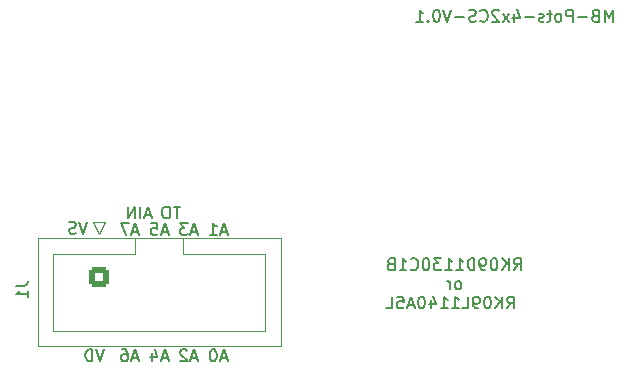
<source format=gbo>
G04 #@! TF.GenerationSoftware,KiCad,Pcbnew,(7.0.0)*
G04 #@! TF.CreationDate,2023-06-04T18:46:28+02:00*
G04 #@! TF.ProjectId,Pot,506f742e-6b69-4636-9164-5f7063625858,rev?*
G04 #@! TF.SameCoordinates,Original*
G04 #@! TF.FileFunction,Legend,Bot*
G04 #@! TF.FilePolarity,Positive*
%FSLAX46Y46*%
G04 Gerber Fmt 4.6, Leading zero omitted, Abs format (unit mm)*
G04 Created by KiCad (PCBNEW (7.0.0)) date 2023-06-04 18:46:28*
%MOMM*%
%LPD*%
G01*
G04 APERTURE LIST*
G04 Aperture macros list*
%AMRoundRect*
0 Rectangle with rounded corners*
0 $1 Rounding radius*
0 $2 $3 $4 $5 $6 $7 $8 $9 X,Y pos of 4 corners*
0 Add a 4 corners polygon primitive as box body*
4,1,4,$2,$3,$4,$5,$6,$7,$8,$9,$2,$3,0*
0 Add four circle primitives for the rounded corners*
1,1,$1+$1,$2,$3*
1,1,$1+$1,$4,$5*
1,1,$1+$1,$6,$7*
1,1,$1+$1,$8,$9*
0 Add four rect primitives between the rounded corners*
20,1,$1+$1,$2,$3,$4,$5,0*
20,1,$1+$1,$4,$5,$6,$7,0*
20,1,$1+$1,$6,$7,$8,$9,0*
20,1,$1+$1,$8,$9,$2,$3,0*%
G04 Aperture macros list end*
%ADD10C,0.150000*%
%ADD11C,0.120000*%
%ADD12O,1.500000X2.000000*%
%ADD13O,3.600000X3.300000*%
%ADD14C,3.200000*%
%ADD15RoundRect,0.250000X-0.600000X0.600000X-0.600000X-0.600000X0.600000X-0.600000X0.600000X0.600000X0*%
%ADD16C,1.700000*%
G04 APERTURE END LIST*
D10*
X113214285Y-82081666D02*
X112738095Y-82081666D01*
X113309523Y-82367380D02*
X112976190Y-81367380D01*
X112976190Y-81367380D02*
X112642857Y-82367380D01*
X111833333Y-81367380D02*
X112309523Y-81367380D01*
X112309523Y-81367380D02*
X112357142Y-81843571D01*
X112357142Y-81843571D02*
X112309523Y-81795952D01*
X112309523Y-81795952D02*
X112214285Y-81748333D01*
X112214285Y-81748333D02*
X111976190Y-81748333D01*
X111976190Y-81748333D02*
X111880952Y-81795952D01*
X111880952Y-81795952D02*
X111833333Y-81843571D01*
X111833333Y-81843571D02*
X111785714Y-81938809D01*
X111785714Y-81938809D02*
X111785714Y-82176904D01*
X111785714Y-82176904D02*
X111833333Y-82272142D01*
X111833333Y-82272142D02*
X111880952Y-82319761D01*
X111880952Y-82319761D02*
X111976190Y-82367380D01*
X111976190Y-82367380D02*
X112214285Y-82367380D01*
X112214285Y-82367380D02*
X112309523Y-82319761D01*
X112309523Y-82319761D02*
X112357142Y-82272142D01*
X115714285Y-92781666D02*
X115238095Y-92781666D01*
X115809523Y-93067380D02*
X115476190Y-92067380D01*
X115476190Y-92067380D02*
X115142857Y-93067380D01*
X114857142Y-92162619D02*
X114809523Y-92115000D01*
X114809523Y-92115000D02*
X114714285Y-92067380D01*
X114714285Y-92067380D02*
X114476190Y-92067380D01*
X114476190Y-92067380D02*
X114380952Y-92115000D01*
X114380952Y-92115000D02*
X114333333Y-92162619D01*
X114333333Y-92162619D02*
X114285714Y-92257857D01*
X114285714Y-92257857D02*
X114285714Y-92353095D01*
X114285714Y-92353095D02*
X114333333Y-92495952D01*
X114333333Y-92495952D02*
X114904761Y-93067380D01*
X114904761Y-93067380D02*
X114285714Y-93067380D01*
X110714285Y-92781666D02*
X110238095Y-92781666D01*
X110809523Y-93067380D02*
X110476190Y-92067380D01*
X110476190Y-92067380D02*
X110142857Y-93067380D01*
X109380952Y-92067380D02*
X109571428Y-92067380D01*
X109571428Y-92067380D02*
X109666666Y-92115000D01*
X109666666Y-92115000D02*
X109714285Y-92162619D01*
X109714285Y-92162619D02*
X109809523Y-92305476D01*
X109809523Y-92305476D02*
X109857142Y-92495952D01*
X109857142Y-92495952D02*
X109857142Y-92876904D01*
X109857142Y-92876904D02*
X109809523Y-92972142D01*
X109809523Y-92972142D02*
X109761904Y-93019761D01*
X109761904Y-93019761D02*
X109666666Y-93067380D01*
X109666666Y-93067380D02*
X109476190Y-93067380D01*
X109476190Y-93067380D02*
X109380952Y-93019761D01*
X109380952Y-93019761D02*
X109333333Y-92972142D01*
X109333333Y-92972142D02*
X109285714Y-92876904D01*
X109285714Y-92876904D02*
X109285714Y-92638809D01*
X109285714Y-92638809D02*
X109333333Y-92543571D01*
X109333333Y-92543571D02*
X109380952Y-92495952D01*
X109380952Y-92495952D02*
X109476190Y-92448333D01*
X109476190Y-92448333D02*
X109666666Y-92448333D01*
X109666666Y-92448333D02*
X109761904Y-92495952D01*
X109761904Y-92495952D02*
X109809523Y-92543571D01*
X109809523Y-92543571D02*
X109857142Y-92638809D01*
X115714285Y-82081666D02*
X115238095Y-82081666D01*
X115809523Y-82367380D02*
X115476190Y-81367380D01*
X115476190Y-81367380D02*
X115142857Y-82367380D01*
X114904761Y-81367380D02*
X114285714Y-81367380D01*
X114285714Y-81367380D02*
X114619047Y-81748333D01*
X114619047Y-81748333D02*
X114476190Y-81748333D01*
X114476190Y-81748333D02*
X114380952Y-81795952D01*
X114380952Y-81795952D02*
X114333333Y-81843571D01*
X114333333Y-81843571D02*
X114285714Y-81938809D01*
X114285714Y-81938809D02*
X114285714Y-82176904D01*
X114285714Y-82176904D02*
X114333333Y-82272142D01*
X114333333Y-82272142D02*
X114380952Y-82319761D01*
X114380952Y-82319761D02*
X114476190Y-82367380D01*
X114476190Y-82367380D02*
X114761904Y-82367380D01*
X114761904Y-82367380D02*
X114857142Y-82319761D01*
X114857142Y-82319761D02*
X114904761Y-82272142D01*
X118214285Y-82081666D02*
X117738095Y-82081666D01*
X118309523Y-82367380D02*
X117976190Y-81367380D01*
X117976190Y-81367380D02*
X117642857Y-82367380D01*
X116785714Y-82367380D02*
X117357142Y-82367380D01*
X117071428Y-82367380D02*
X117071428Y-81367380D01*
X117071428Y-81367380D02*
X117166666Y-81510238D01*
X117166666Y-81510238D02*
X117261904Y-81605476D01*
X117261904Y-81605476D02*
X117357142Y-81653095D01*
X114299999Y-79967380D02*
X113728571Y-79967380D01*
X114014285Y-80967380D02*
X114014285Y-79967380D01*
X113204761Y-79967380D02*
X113014285Y-79967380D01*
X113014285Y-79967380D02*
X112919047Y-80015000D01*
X112919047Y-80015000D02*
X112823809Y-80110238D01*
X112823809Y-80110238D02*
X112776190Y-80300714D01*
X112776190Y-80300714D02*
X112776190Y-80634047D01*
X112776190Y-80634047D02*
X112823809Y-80824523D01*
X112823809Y-80824523D02*
X112919047Y-80919761D01*
X112919047Y-80919761D02*
X113014285Y-80967380D01*
X113014285Y-80967380D02*
X113204761Y-80967380D01*
X113204761Y-80967380D02*
X113299999Y-80919761D01*
X113299999Y-80919761D02*
X113395237Y-80824523D01*
X113395237Y-80824523D02*
X113442856Y-80634047D01*
X113442856Y-80634047D02*
X113442856Y-80300714D01*
X113442856Y-80300714D02*
X113395237Y-80110238D01*
X113395237Y-80110238D02*
X113299999Y-80015000D01*
X113299999Y-80015000D02*
X113204761Y-79967380D01*
X111795237Y-80681666D02*
X111319047Y-80681666D01*
X111890475Y-80967380D02*
X111557142Y-79967380D01*
X111557142Y-79967380D02*
X111223809Y-80967380D01*
X110890475Y-80967380D02*
X110890475Y-79967380D01*
X110414285Y-80967380D02*
X110414285Y-79967380D01*
X110414285Y-79967380D02*
X109842857Y-80967380D01*
X109842857Y-80967380D02*
X109842857Y-79967380D01*
X142523809Y-85347380D02*
X142857142Y-84871190D01*
X143095237Y-85347380D02*
X143095237Y-84347380D01*
X143095237Y-84347380D02*
X142714285Y-84347380D01*
X142714285Y-84347380D02*
X142619047Y-84395000D01*
X142619047Y-84395000D02*
X142571428Y-84442619D01*
X142571428Y-84442619D02*
X142523809Y-84537857D01*
X142523809Y-84537857D02*
X142523809Y-84680714D01*
X142523809Y-84680714D02*
X142571428Y-84775952D01*
X142571428Y-84775952D02*
X142619047Y-84823571D01*
X142619047Y-84823571D02*
X142714285Y-84871190D01*
X142714285Y-84871190D02*
X143095237Y-84871190D01*
X142095237Y-85347380D02*
X142095237Y-84347380D01*
X141523809Y-85347380D02*
X141952380Y-84775952D01*
X141523809Y-84347380D02*
X142095237Y-84918809D01*
X140904761Y-84347380D02*
X140809523Y-84347380D01*
X140809523Y-84347380D02*
X140714285Y-84395000D01*
X140714285Y-84395000D02*
X140666666Y-84442619D01*
X140666666Y-84442619D02*
X140619047Y-84537857D01*
X140619047Y-84537857D02*
X140571428Y-84728333D01*
X140571428Y-84728333D02*
X140571428Y-84966428D01*
X140571428Y-84966428D02*
X140619047Y-85156904D01*
X140619047Y-85156904D02*
X140666666Y-85252142D01*
X140666666Y-85252142D02*
X140714285Y-85299761D01*
X140714285Y-85299761D02*
X140809523Y-85347380D01*
X140809523Y-85347380D02*
X140904761Y-85347380D01*
X140904761Y-85347380D02*
X140999999Y-85299761D01*
X140999999Y-85299761D02*
X141047618Y-85252142D01*
X141047618Y-85252142D02*
X141095237Y-85156904D01*
X141095237Y-85156904D02*
X141142856Y-84966428D01*
X141142856Y-84966428D02*
X141142856Y-84728333D01*
X141142856Y-84728333D02*
X141095237Y-84537857D01*
X141095237Y-84537857D02*
X141047618Y-84442619D01*
X141047618Y-84442619D02*
X140999999Y-84395000D01*
X140999999Y-84395000D02*
X140904761Y-84347380D01*
X140095237Y-85347380D02*
X139904761Y-85347380D01*
X139904761Y-85347380D02*
X139809523Y-85299761D01*
X139809523Y-85299761D02*
X139761904Y-85252142D01*
X139761904Y-85252142D02*
X139666666Y-85109285D01*
X139666666Y-85109285D02*
X139619047Y-84918809D01*
X139619047Y-84918809D02*
X139619047Y-84537857D01*
X139619047Y-84537857D02*
X139666666Y-84442619D01*
X139666666Y-84442619D02*
X139714285Y-84395000D01*
X139714285Y-84395000D02*
X139809523Y-84347380D01*
X139809523Y-84347380D02*
X139999999Y-84347380D01*
X139999999Y-84347380D02*
X140095237Y-84395000D01*
X140095237Y-84395000D02*
X140142856Y-84442619D01*
X140142856Y-84442619D02*
X140190475Y-84537857D01*
X140190475Y-84537857D02*
X140190475Y-84775952D01*
X140190475Y-84775952D02*
X140142856Y-84871190D01*
X140142856Y-84871190D02*
X140095237Y-84918809D01*
X140095237Y-84918809D02*
X139999999Y-84966428D01*
X139999999Y-84966428D02*
X139809523Y-84966428D01*
X139809523Y-84966428D02*
X139714285Y-84918809D01*
X139714285Y-84918809D02*
X139666666Y-84871190D01*
X139666666Y-84871190D02*
X139619047Y-84775952D01*
X139190475Y-85347380D02*
X139190475Y-84347380D01*
X139190475Y-84347380D02*
X138952380Y-84347380D01*
X138952380Y-84347380D02*
X138809523Y-84395000D01*
X138809523Y-84395000D02*
X138714285Y-84490238D01*
X138714285Y-84490238D02*
X138666666Y-84585476D01*
X138666666Y-84585476D02*
X138619047Y-84775952D01*
X138619047Y-84775952D02*
X138619047Y-84918809D01*
X138619047Y-84918809D02*
X138666666Y-85109285D01*
X138666666Y-85109285D02*
X138714285Y-85204523D01*
X138714285Y-85204523D02*
X138809523Y-85299761D01*
X138809523Y-85299761D02*
X138952380Y-85347380D01*
X138952380Y-85347380D02*
X139190475Y-85347380D01*
X137666666Y-85347380D02*
X138238094Y-85347380D01*
X137952380Y-85347380D02*
X137952380Y-84347380D01*
X137952380Y-84347380D02*
X138047618Y-84490238D01*
X138047618Y-84490238D02*
X138142856Y-84585476D01*
X138142856Y-84585476D02*
X138238094Y-84633095D01*
X136714285Y-85347380D02*
X137285713Y-85347380D01*
X136999999Y-85347380D02*
X136999999Y-84347380D01*
X136999999Y-84347380D02*
X137095237Y-84490238D01*
X137095237Y-84490238D02*
X137190475Y-84585476D01*
X137190475Y-84585476D02*
X137285713Y-84633095D01*
X136380951Y-84347380D02*
X135761904Y-84347380D01*
X135761904Y-84347380D02*
X136095237Y-84728333D01*
X136095237Y-84728333D02*
X135952380Y-84728333D01*
X135952380Y-84728333D02*
X135857142Y-84775952D01*
X135857142Y-84775952D02*
X135809523Y-84823571D01*
X135809523Y-84823571D02*
X135761904Y-84918809D01*
X135761904Y-84918809D02*
X135761904Y-85156904D01*
X135761904Y-85156904D02*
X135809523Y-85252142D01*
X135809523Y-85252142D02*
X135857142Y-85299761D01*
X135857142Y-85299761D02*
X135952380Y-85347380D01*
X135952380Y-85347380D02*
X136238094Y-85347380D01*
X136238094Y-85347380D02*
X136333332Y-85299761D01*
X136333332Y-85299761D02*
X136380951Y-85252142D01*
X135142856Y-84347380D02*
X135047618Y-84347380D01*
X135047618Y-84347380D02*
X134952380Y-84395000D01*
X134952380Y-84395000D02*
X134904761Y-84442619D01*
X134904761Y-84442619D02*
X134857142Y-84537857D01*
X134857142Y-84537857D02*
X134809523Y-84728333D01*
X134809523Y-84728333D02*
X134809523Y-84966428D01*
X134809523Y-84966428D02*
X134857142Y-85156904D01*
X134857142Y-85156904D02*
X134904761Y-85252142D01*
X134904761Y-85252142D02*
X134952380Y-85299761D01*
X134952380Y-85299761D02*
X135047618Y-85347380D01*
X135047618Y-85347380D02*
X135142856Y-85347380D01*
X135142856Y-85347380D02*
X135238094Y-85299761D01*
X135238094Y-85299761D02*
X135285713Y-85252142D01*
X135285713Y-85252142D02*
X135333332Y-85156904D01*
X135333332Y-85156904D02*
X135380951Y-84966428D01*
X135380951Y-84966428D02*
X135380951Y-84728333D01*
X135380951Y-84728333D02*
X135333332Y-84537857D01*
X135333332Y-84537857D02*
X135285713Y-84442619D01*
X135285713Y-84442619D02*
X135238094Y-84395000D01*
X135238094Y-84395000D02*
X135142856Y-84347380D01*
X133809523Y-85252142D02*
X133857142Y-85299761D01*
X133857142Y-85299761D02*
X133999999Y-85347380D01*
X133999999Y-85347380D02*
X134095237Y-85347380D01*
X134095237Y-85347380D02*
X134238094Y-85299761D01*
X134238094Y-85299761D02*
X134333332Y-85204523D01*
X134333332Y-85204523D02*
X134380951Y-85109285D01*
X134380951Y-85109285D02*
X134428570Y-84918809D01*
X134428570Y-84918809D02*
X134428570Y-84775952D01*
X134428570Y-84775952D02*
X134380951Y-84585476D01*
X134380951Y-84585476D02*
X134333332Y-84490238D01*
X134333332Y-84490238D02*
X134238094Y-84395000D01*
X134238094Y-84395000D02*
X134095237Y-84347380D01*
X134095237Y-84347380D02*
X133999999Y-84347380D01*
X133999999Y-84347380D02*
X133857142Y-84395000D01*
X133857142Y-84395000D02*
X133809523Y-84442619D01*
X132857142Y-85347380D02*
X133428570Y-85347380D01*
X133142856Y-85347380D02*
X133142856Y-84347380D01*
X133142856Y-84347380D02*
X133238094Y-84490238D01*
X133238094Y-84490238D02*
X133333332Y-84585476D01*
X133333332Y-84585476D02*
X133428570Y-84633095D01*
X132095237Y-84823571D02*
X131952380Y-84871190D01*
X131952380Y-84871190D02*
X131904761Y-84918809D01*
X131904761Y-84918809D02*
X131857142Y-85014047D01*
X131857142Y-85014047D02*
X131857142Y-85156904D01*
X131857142Y-85156904D02*
X131904761Y-85252142D01*
X131904761Y-85252142D02*
X131952380Y-85299761D01*
X131952380Y-85299761D02*
X132047618Y-85347380D01*
X132047618Y-85347380D02*
X132428570Y-85347380D01*
X132428570Y-85347380D02*
X132428570Y-84347380D01*
X132428570Y-84347380D02*
X132095237Y-84347380D01*
X132095237Y-84347380D02*
X131999999Y-84395000D01*
X131999999Y-84395000D02*
X131952380Y-84442619D01*
X131952380Y-84442619D02*
X131904761Y-84537857D01*
X131904761Y-84537857D02*
X131904761Y-84633095D01*
X131904761Y-84633095D02*
X131952380Y-84728333D01*
X131952380Y-84728333D02*
X131999999Y-84775952D01*
X131999999Y-84775952D02*
X132095237Y-84823571D01*
X132095237Y-84823571D02*
X132428570Y-84823571D01*
X137880952Y-86967380D02*
X137976190Y-86919761D01*
X137976190Y-86919761D02*
X138023809Y-86872142D01*
X138023809Y-86872142D02*
X138071428Y-86776904D01*
X138071428Y-86776904D02*
X138071428Y-86491190D01*
X138071428Y-86491190D02*
X138023809Y-86395952D01*
X138023809Y-86395952D02*
X137976190Y-86348333D01*
X137976190Y-86348333D02*
X137880952Y-86300714D01*
X137880952Y-86300714D02*
X137738095Y-86300714D01*
X137738095Y-86300714D02*
X137642857Y-86348333D01*
X137642857Y-86348333D02*
X137595238Y-86395952D01*
X137595238Y-86395952D02*
X137547619Y-86491190D01*
X137547619Y-86491190D02*
X137547619Y-86776904D01*
X137547619Y-86776904D02*
X137595238Y-86872142D01*
X137595238Y-86872142D02*
X137642857Y-86919761D01*
X137642857Y-86919761D02*
X137738095Y-86967380D01*
X137738095Y-86967380D02*
X137880952Y-86967380D01*
X137119047Y-86967380D02*
X137119047Y-86300714D01*
X137119047Y-86491190D02*
X137071428Y-86395952D01*
X137071428Y-86395952D02*
X137023809Y-86348333D01*
X137023809Y-86348333D02*
X136928571Y-86300714D01*
X136928571Y-86300714D02*
X136833333Y-86300714D01*
X141961905Y-88587380D02*
X142295238Y-88111190D01*
X142533333Y-88587380D02*
X142533333Y-87587380D01*
X142533333Y-87587380D02*
X142152381Y-87587380D01*
X142152381Y-87587380D02*
X142057143Y-87635000D01*
X142057143Y-87635000D02*
X142009524Y-87682619D01*
X142009524Y-87682619D02*
X141961905Y-87777857D01*
X141961905Y-87777857D02*
X141961905Y-87920714D01*
X141961905Y-87920714D02*
X142009524Y-88015952D01*
X142009524Y-88015952D02*
X142057143Y-88063571D01*
X142057143Y-88063571D02*
X142152381Y-88111190D01*
X142152381Y-88111190D02*
X142533333Y-88111190D01*
X141533333Y-88587380D02*
X141533333Y-87587380D01*
X140961905Y-88587380D02*
X141390476Y-88015952D01*
X140961905Y-87587380D02*
X141533333Y-88158809D01*
X140342857Y-87587380D02*
X140247619Y-87587380D01*
X140247619Y-87587380D02*
X140152381Y-87635000D01*
X140152381Y-87635000D02*
X140104762Y-87682619D01*
X140104762Y-87682619D02*
X140057143Y-87777857D01*
X140057143Y-87777857D02*
X140009524Y-87968333D01*
X140009524Y-87968333D02*
X140009524Y-88206428D01*
X140009524Y-88206428D02*
X140057143Y-88396904D01*
X140057143Y-88396904D02*
X140104762Y-88492142D01*
X140104762Y-88492142D02*
X140152381Y-88539761D01*
X140152381Y-88539761D02*
X140247619Y-88587380D01*
X140247619Y-88587380D02*
X140342857Y-88587380D01*
X140342857Y-88587380D02*
X140438095Y-88539761D01*
X140438095Y-88539761D02*
X140485714Y-88492142D01*
X140485714Y-88492142D02*
X140533333Y-88396904D01*
X140533333Y-88396904D02*
X140580952Y-88206428D01*
X140580952Y-88206428D02*
X140580952Y-87968333D01*
X140580952Y-87968333D02*
X140533333Y-87777857D01*
X140533333Y-87777857D02*
X140485714Y-87682619D01*
X140485714Y-87682619D02*
X140438095Y-87635000D01*
X140438095Y-87635000D02*
X140342857Y-87587380D01*
X139533333Y-88587380D02*
X139342857Y-88587380D01*
X139342857Y-88587380D02*
X139247619Y-88539761D01*
X139247619Y-88539761D02*
X139200000Y-88492142D01*
X139200000Y-88492142D02*
X139104762Y-88349285D01*
X139104762Y-88349285D02*
X139057143Y-88158809D01*
X139057143Y-88158809D02*
X139057143Y-87777857D01*
X139057143Y-87777857D02*
X139104762Y-87682619D01*
X139104762Y-87682619D02*
X139152381Y-87635000D01*
X139152381Y-87635000D02*
X139247619Y-87587380D01*
X139247619Y-87587380D02*
X139438095Y-87587380D01*
X139438095Y-87587380D02*
X139533333Y-87635000D01*
X139533333Y-87635000D02*
X139580952Y-87682619D01*
X139580952Y-87682619D02*
X139628571Y-87777857D01*
X139628571Y-87777857D02*
X139628571Y-88015952D01*
X139628571Y-88015952D02*
X139580952Y-88111190D01*
X139580952Y-88111190D02*
X139533333Y-88158809D01*
X139533333Y-88158809D02*
X139438095Y-88206428D01*
X139438095Y-88206428D02*
X139247619Y-88206428D01*
X139247619Y-88206428D02*
X139152381Y-88158809D01*
X139152381Y-88158809D02*
X139104762Y-88111190D01*
X139104762Y-88111190D02*
X139057143Y-88015952D01*
X138152381Y-88587380D02*
X138628571Y-88587380D01*
X138628571Y-88587380D02*
X138628571Y-87587380D01*
X137295238Y-88587380D02*
X137866666Y-88587380D01*
X137580952Y-88587380D02*
X137580952Y-87587380D01*
X137580952Y-87587380D02*
X137676190Y-87730238D01*
X137676190Y-87730238D02*
X137771428Y-87825476D01*
X137771428Y-87825476D02*
X137866666Y-87873095D01*
X136342857Y-88587380D02*
X136914285Y-88587380D01*
X136628571Y-88587380D02*
X136628571Y-87587380D01*
X136628571Y-87587380D02*
X136723809Y-87730238D01*
X136723809Y-87730238D02*
X136819047Y-87825476D01*
X136819047Y-87825476D02*
X136914285Y-87873095D01*
X135485714Y-87920714D02*
X135485714Y-88587380D01*
X135723809Y-87539761D02*
X135961904Y-88254047D01*
X135961904Y-88254047D02*
X135342857Y-88254047D01*
X134771428Y-87587380D02*
X134676190Y-87587380D01*
X134676190Y-87587380D02*
X134580952Y-87635000D01*
X134580952Y-87635000D02*
X134533333Y-87682619D01*
X134533333Y-87682619D02*
X134485714Y-87777857D01*
X134485714Y-87777857D02*
X134438095Y-87968333D01*
X134438095Y-87968333D02*
X134438095Y-88206428D01*
X134438095Y-88206428D02*
X134485714Y-88396904D01*
X134485714Y-88396904D02*
X134533333Y-88492142D01*
X134533333Y-88492142D02*
X134580952Y-88539761D01*
X134580952Y-88539761D02*
X134676190Y-88587380D01*
X134676190Y-88587380D02*
X134771428Y-88587380D01*
X134771428Y-88587380D02*
X134866666Y-88539761D01*
X134866666Y-88539761D02*
X134914285Y-88492142D01*
X134914285Y-88492142D02*
X134961904Y-88396904D01*
X134961904Y-88396904D02*
X135009523Y-88206428D01*
X135009523Y-88206428D02*
X135009523Y-87968333D01*
X135009523Y-87968333D02*
X134961904Y-87777857D01*
X134961904Y-87777857D02*
X134914285Y-87682619D01*
X134914285Y-87682619D02*
X134866666Y-87635000D01*
X134866666Y-87635000D02*
X134771428Y-87587380D01*
X134057142Y-88301666D02*
X133580952Y-88301666D01*
X134152380Y-88587380D02*
X133819047Y-87587380D01*
X133819047Y-87587380D02*
X133485714Y-88587380D01*
X132676190Y-87587380D02*
X133152380Y-87587380D01*
X133152380Y-87587380D02*
X133199999Y-88063571D01*
X133199999Y-88063571D02*
X133152380Y-88015952D01*
X133152380Y-88015952D02*
X133057142Y-87968333D01*
X133057142Y-87968333D02*
X132819047Y-87968333D01*
X132819047Y-87968333D02*
X132723809Y-88015952D01*
X132723809Y-88015952D02*
X132676190Y-88063571D01*
X132676190Y-88063571D02*
X132628571Y-88158809D01*
X132628571Y-88158809D02*
X132628571Y-88396904D01*
X132628571Y-88396904D02*
X132676190Y-88492142D01*
X132676190Y-88492142D02*
X132723809Y-88539761D01*
X132723809Y-88539761D02*
X132819047Y-88587380D01*
X132819047Y-88587380D02*
X133057142Y-88587380D01*
X133057142Y-88587380D02*
X133152380Y-88539761D01*
X133152380Y-88539761D02*
X133199999Y-88492142D01*
X131723809Y-88587380D02*
X132199999Y-88587380D01*
X132199999Y-88587380D02*
X132199999Y-87587380D01*
X106409523Y-81267380D02*
X106076190Y-82267380D01*
X106076190Y-82267380D02*
X105742857Y-81267380D01*
X105457142Y-82219761D02*
X105314285Y-82267380D01*
X105314285Y-82267380D02*
X105076190Y-82267380D01*
X105076190Y-82267380D02*
X104980952Y-82219761D01*
X104980952Y-82219761D02*
X104933333Y-82172142D01*
X104933333Y-82172142D02*
X104885714Y-82076904D01*
X104885714Y-82076904D02*
X104885714Y-81981666D01*
X104885714Y-81981666D02*
X104933333Y-81886428D01*
X104933333Y-81886428D02*
X104980952Y-81838809D01*
X104980952Y-81838809D02*
X105076190Y-81791190D01*
X105076190Y-81791190D02*
X105266666Y-81743571D01*
X105266666Y-81743571D02*
X105361904Y-81695952D01*
X105361904Y-81695952D02*
X105409523Y-81648333D01*
X105409523Y-81648333D02*
X105457142Y-81553095D01*
X105457142Y-81553095D02*
X105457142Y-81457857D01*
X105457142Y-81457857D02*
X105409523Y-81362619D01*
X105409523Y-81362619D02*
X105361904Y-81315000D01*
X105361904Y-81315000D02*
X105266666Y-81267380D01*
X105266666Y-81267380D02*
X105028571Y-81267380D01*
X105028571Y-81267380D02*
X104885714Y-81315000D01*
X107833332Y-92067380D02*
X107499999Y-93067380D01*
X107499999Y-93067380D02*
X107166666Y-92067380D01*
X106833332Y-93067380D02*
X106833332Y-92067380D01*
X106833332Y-92067380D02*
X106595237Y-92067380D01*
X106595237Y-92067380D02*
X106452380Y-92115000D01*
X106452380Y-92115000D02*
X106357142Y-92210238D01*
X106357142Y-92210238D02*
X106309523Y-92305476D01*
X106309523Y-92305476D02*
X106261904Y-92495952D01*
X106261904Y-92495952D02*
X106261904Y-92638809D01*
X106261904Y-92638809D02*
X106309523Y-92829285D01*
X106309523Y-92829285D02*
X106357142Y-92924523D01*
X106357142Y-92924523D02*
X106452380Y-93019761D01*
X106452380Y-93019761D02*
X106595237Y-93067380D01*
X106595237Y-93067380D02*
X106833332Y-93067380D01*
X118214285Y-92781666D02*
X117738095Y-92781666D01*
X118309523Y-93067380D02*
X117976190Y-92067380D01*
X117976190Y-92067380D02*
X117642857Y-93067380D01*
X117119047Y-92067380D02*
X117023809Y-92067380D01*
X117023809Y-92067380D02*
X116928571Y-92115000D01*
X116928571Y-92115000D02*
X116880952Y-92162619D01*
X116880952Y-92162619D02*
X116833333Y-92257857D01*
X116833333Y-92257857D02*
X116785714Y-92448333D01*
X116785714Y-92448333D02*
X116785714Y-92686428D01*
X116785714Y-92686428D02*
X116833333Y-92876904D01*
X116833333Y-92876904D02*
X116880952Y-92972142D01*
X116880952Y-92972142D02*
X116928571Y-93019761D01*
X116928571Y-93019761D02*
X117023809Y-93067380D01*
X117023809Y-93067380D02*
X117119047Y-93067380D01*
X117119047Y-93067380D02*
X117214285Y-93019761D01*
X117214285Y-93019761D02*
X117261904Y-92972142D01*
X117261904Y-92972142D02*
X117309523Y-92876904D01*
X117309523Y-92876904D02*
X117357142Y-92686428D01*
X117357142Y-92686428D02*
X117357142Y-92448333D01*
X117357142Y-92448333D02*
X117309523Y-92257857D01*
X117309523Y-92257857D02*
X117261904Y-92162619D01*
X117261904Y-92162619D02*
X117214285Y-92115000D01*
X117214285Y-92115000D02*
X117119047Y-92067380D01*
X110714285Y-82081666D02*
X110238095Y-82081666D01*
X110809523Y-82367380D02*
X110476190Y-81367380D01*
X110476190Y-81367380D02*
X110142857Y-82367380D01*
X109904761Y-81367380D02*
X109238095Y-81367380D01*
X109238095Y-81367380D02*
X109666666Y-82367380D01*
X113214285Y-92781666D02*
X112738095Y-92781666D01*
X113309523Y-93067380D02*
X112976190Y-92067380D01*
X112976190Y-92067380D02*
X112642857Y-93067380D01*
X111880952Y-92400714D02*
X111880952Y-93067380D01*
X112119047Y-92019761D02*
X112357142Y-92734047D01*
X112357142Y-92734047D02*
X111738095Y-92734047D01*
X150885713Y-64317380D02*
X150885713Y-63317380D01*
X150885713Y-63317380D02*
X150552380Y-64031666D01*
X150552380Y-64031666D02*
X150219047Y-63317380D01*
X150219047Y-63317380D02*
X150219047Y-64317380D01*
X149409523Y-63793571D02*
X149266666Y-63841190D01*
X149266666Y-63841190D02*
X149219047Y-63888809D01*
X149219047Y-63888809D02*
X149171428Y-63984047D01*
X149171428Y-63984047D02*
X149171428Y-64126904D01*
X149171428Y-64126904D02*
X149219047Y-64222142D01*
X149219047Y-64222142D02*
X149266666Y-64269761D01*
X149266666Y-64269761D02*
X149361904Y-64317380D01*
X149361904Y-64317380D02*
X149742856Y-64317380D01*
X149742856Y-64317380D02*
X149742856Y-63317380D01*
X149742856Y-63317380D02*
X149409523Y-63317380D01*
X149409523Y-63317380D02*
X149314285Y-63365000D01*
X149314285Y-63365000D02*
X149266666Y-63412619D01*
X149266666Y-63412619D02*
X149219047Y-63507857D01*
X149219047Y-63507857D02*
X149219047Y-63603095D01*
X149219047Y-63603095D02*
X149266666Y-63698333D01*
X149266666Y-63698333D02*
X149314285Y-63745952D01*
X149314285Y-63745952D02*
X149409523Y-63793571D01*
X149409523Y-63793571D02*
X149742856Y-63793571D01*
X148742856Y-63936428D02*
X147980952Y-63936428D01*
X147504761Y-64317380D02*
X147504761Y-63317380D01*
X147504761Y-63317380D02*
X147123809Y-63317380D01*
X147123809Y-63317380D02*
X147028571Y-63365000D01*
X147028571Y-63365000D02*
X146980952Y-63412619D01*
X146980952Y-63412619D02*
X146933333Y-63507857D01*
X146933333Y-63507857D02*
X146933333Y-63650714D01*
X146933333Y-63650714D02*
X146980952Y-63745952D01*
X146980952Y-63745952D02*
X147028571Y-63793571D01*
X147028571Y-63793571D02*
X147123809Y-63841190D01*
X147123809Y-63841190D02*
X147504761Y-63841190D01*
X146361904Y-64317380D02*
X146457142Y-64269761D01*
X146457142Y-64269761D02*
X146504761Y-64222142D01*
X146504761Y-64222142D02*
X146552380Y-64126904D01*
X146552380Y-64126904D02*
X146552380Y-63841190D01*
X146552380Y-63841190D02*
X146504761Y-63745952D01*
X146504761Y-63745952D02*
X146457142Y-63698333D01*
X146457142Y-63698333D02*
X146361904Y-63650714D01*
X146361904Y-63650714D02*
X146219047Y-63650714D01*
X146219047Y-63650714D02*
X146123809Y-63698333D01*
X146123809Y-63698333D02*
X146076190Y-63745952D01*
X146076190Y-63745952D02*
X146028571Y-63841190D01*
X146028571Y-63841190D02*
X146028571Y-64126904D01*
X146028571Y-64126904D02*
X146076190Y-64222142D01*
X146076190Y-64222142D02*
X146123809Y-64269761D01*
X146123809Y-64269761D02*
X146219047Y-64317380D01*
X146219047Y-64317380D02*
X146361904Y-64317380D01*
X145742856Y-63650714D02*
X145361904Y-63650714D01*
X145599999Y-63317380D02*
X145599999Y-64174523D01*
X145599999Y-64174523D02*
X145552380Y-64269761D01*
X145552380Y-64269761D02*
X145457142Y-64317380D01*
X145457142Y-64317380D02*
X145361904Y-64317380D01*
X145076189Y-64269761D02*
X144980951Y-64317380D01*
X144980951Y-64317380D02*
X144790475Y-64317380D01*
X144790475Y-64317380D02*
X144695237Y-64269761D01*
X144695237Y-64269761D02*
X144647618Y-64174523D01*
X144647618Y-64174523D02*
X144647618Y-64126904D01*
X144647618Y-64126904D02*
X144695237Y-64031666D01*
X144695237Y-64031666D02*
X144790475Y-63984047D01*
X144790475Y-63984047D02*
X144933332Y-63984047D01*
X144933332Y-63984047D02*
X145028570Y-63936428D01*
X145028570Y-63936428D02*
X145076189Y-63841190D01*
X145076189Y-63841190D02*
X145076189Y-63793571D01*
X145076189Y-63793571D02*
X145028570Y-63698333D01*
X145028570Y-63698333D02*
X144933332Y-63650714D01*
X144933332Y-63650714D02*
X144790475Y-63650714D01*
X144790475Y-63650714D02*
X144695237Y-63698333D01*
X144219046Y-63936428D02*
X143457142Y-63936428D01*
X142552380Y-63650714D02*
X142552380Y-64317380D01*
X142790475Y-63269761D02*
X143028570Y-63984047D01*
X143028570Y-63984047D02*
X142409523Y-63984047D01*
X142123808Y-64317380D02*
X141599999Y-63650714D01*
X142123808Y-63650714D02*
X141599999Y-64317380D01*
X141266665Y-63412619D02*
X141219046Y-63365000D01*
X141219046Y-63365000D02*
X141123808Y-63317380D01*
X141123808Y-63317380D02*
X140885713Y-63317380D01*
X140885713Y-63317380D02*
X140790475Y-63365000D01*
X140790475Y-63365000D02*
X140742856Y-63412619D01*
X140742856Y-63412619D02*
X140695237Y-63507857D01*
X140695237Y-63507857D02*
X140695237Y-63603095D01*
X140695237Y-63603095D02*
X140742856Y-63745952D01*
X140742856Y-63745952D02*
X141314284Y-64317380D01*
X141314284Y-64317380D02*
X140695237Y-64317380D01*
X139695237Y-64222142D02*
X139742856Y-64269761D01*
X139742856Y-64269761D02*
X139885713Y-64317380D01*
X139885713Y-64317380D02*
X139980951Y-64317380D01*
X139980951Y-64317380D02*
X140123808Y-64269761D01*
X140123808Y-64269761D02*
X140219046Y-64174523D01*
X140219046Y-64174523D02*
X140266665Y-64079285D01*
X140266665Y-64079285D02*
X140314284Y-63888809D01*
X140314284Y-63888809D02*
X140314284Y-63745952D01*
X140314284Y-63745952D02*
X140266665Y-63555476D01*
X140266665Y-63555476D02*
X140219046Y-63460238D01*
X140219046Y-63460238D02*
X140123808Y-63365000D01*
X140123808Y-63365000D02*
X139980951Y-63317380D01*
X139980951Y-63317380D02*
X139885713Y-63317380D01*
X139885713Y-63317380D02*
X139742856Y-63365000D01*
X139742856Y-63365000D02*
X139695237Y-63412619D01*
X139314284Y-64269761D02*
X139171427Y-64317380D01*
X139171427Y-64317380D02*
X138933332Y-64317380D01*
X138933332Y-64317380D02*
X138838094Y-64269761D01*
X138838094Y-64269761D02*
X138790475Y-64222142D01*
X138790475Y-64222142D02*
X138742856Y-64126904D01*
X138742856Y-64126904D02*
X138742856Y-64031666D01*
X138742856Y-64031666D02*
X138790475Y-63936428D01*
X138790475Y-63936428D02*
X138838094Y-63888809D01*
X138838094Y-63888809D02*
X138933332Y-63841190D01*
X138933332Y-63841190D02*
X139123808Y-63793571D01*
X139123808Y-63793571D02*
X139219046Y-63745952D01*
X139219046Y-63745952D02*
X139266665Y-63698333D01*
X139266665Y-63698333D02*
X139314284Y-63603095D01*
X139314284Y-63603095D02*
X139314284Y-63507857D01*
X139314284Y-63507857D02*
X139266665Y-63412619D01*
X139266665Y-63412619D02*
X139219046Y-63365000D01*
X139219046Y-63365000D02*
X139123808Y-63317380D01*
X139123808Y-63317380D02*
X138885713Y-63317380D01*
X138885713Y-63317380D02*
X138742856Y-63365000D01*
X138314284Y-63936428D02*
X137552380Y-63936428D01*
X137219046Y-63317380D02*
X136885713Y-64317380D01*
X136885713Y-64317380D02*
X136552380Y-63317380D01*
X136028570Y-63317380D02*
X135933332Y-63317380D01*
X135933332Y-63317380D02*
X135838094Y-63365000D01*
X135838094Y-63365000D02*
X135790475Y-63412619D01*
X135790475Y-63412619D02*
X135742856Y-63507857D01*
X135742856Y-63507857D02*
X135695237Y-63698333D01*
X135695237Y-63698333D02*
X135695237Y-63936428D01*
X135695237Y-63936428D02*
X135742856Y-64126904D01*
X135742856Y-64126904D02*
X135790475Y-64222142D01*
X135790475Y-64222142D02*
X135838094Y-64269761D01*
X135838094Y-64269761D02*
X135933332Y-64317380D01*
X135933332Y-64317380D02*
X136028570Y-64317380D01*
X136028570Y-64317380D02*
X136123808Y-64269761D01*
X136123808Y-64269761D02*
X136171427Y-64222142D01*
X136171427Y-64222142D02*
X136219046Y-64126904D01*
X136219046Y-64126904D02*
X136266665Y-63936428D01*
X136266665Y-63936428D02*
X136266665Y-63698333D01*
X136266665Y-63698333D02*
X136219046Y-63507857D01*
X136219046Y-63507857D02*
X136171427Y-63412619D01*
X136171427Y-63412619D02*
X136123808Y-63365000D01*
X136123808Y-63365000D02*
X136028570Y-63317380D01*
X135266665Y-64222142D02*
X135219046Y-64269761D01*
X135219046Y-64269761D02*
X135266665Y-64317380D01*
X135266665Y-64317380D02*
X135314284Y-64269761D01*
X135314284Y-64269761D02*
X135266665Y-64222142D01*
X135266665Y-64222142D02*
X135266665Y-64317380D01*
X134266666Y-64317380D02*
X134838094Y-64317380D01*
X134552380Y-64317380D02*
X134552380Y-63317380D01*
X134552380Y-63317380D02*
X134647618Y-63460238D01*
X134647618Y-63460238D02*
X134742856Y-63555476D01*
X134742856Y-63555476D02*
X134838094Y-63603095D01*
X100367380Y-86666666D02*
X101081666Y-86666666D01*
X101081666Y-86666666D02*
X101224523Y-86619047D01*
X101224523Y-86619047D02*
X101319761Y-86523809D01*
X101319761Y-86523809D02*
X101367380Y-86380952D01*
X101367380Y-86380952D02*
X101367380Y-86285714D01*
X101367380Y-87666666D02*
X101367380Y-87095238D01*
X101367380Y-87380952D02*
X100367380Y-87380952D01*
X100367380Y-87380952D02*
X100510238Y-87285714D01*
X100510238Y-87285714D02*
X100605476Y-87190476D01*
X100605476Y-87190476D02*
X100653095Y-87095238D01*
D11*
X107914000Y-81266000D02*
X107414000Y-82266000D01*
X106914000Y-81266000D02*
X107914000Y-81266000D01*
X107414000Y-82266000D02*
X106914000Y-81266000D01*
X122784000Y-82656000D02*
X102204000Y-82656000D01*
X110444000Y-82656000D02*
X110444000Y-83966000D01*
X102204000Y-82656000D02*
X102204000Y-91776000D01*
X121484000Y-83966000D02*
X114544000Y-83966000D01*
X114544000Y-83966000D02*
X114544000Y-82656000D01*
X114544000Y-83966000D02*
X114544000Y-83966000D01*
X110444000Y-83966000D02*
X103504000Y-83966000D01*
X103504000Y-83966000D02*
X103504000Y-90466000D01*
X121484000Y-90466000D02*
X121484000Y-83966000D01*
X103504000Y-90466000D02*
X121484000Y-90466000D01*
X122784000Y-91776000D02*
X122784000Y-82656000D01*
X102204000Y-91776000D02*
X122784000Y-91776000D01*
%LPC*%
D12*
X146999999Y-80751135D03*
X149493385Y-80753306D03*
X151999999Y-80746691D03*
D13*
X144599999Y-73499999D03*
X154399999Y-73499999D03*
D12*
X121999999Y-80751135D03*
X124493385Y-80753306D03*
X126999999Y-80746691D03*
D13*
X119599999Y-73499999D03*
X129399999Y-73499999D03*
D12*
X121999999Y-105687981D03*
X124493385Y-105690152D03*
X126999999Y-105683537D03*
D13*
X119599999Y-98436845D03*
X129399999Y-98436845D03*
D12*
X96999999Y-80751135D03*
X99493385Y-80753306D03*
X101999999Y-80746691D03*
D13*
X94599999Y-73499999D03*
X104399999Y-73499999D03*
D12*
X96999999Y-105751135D03*
X99493385Y-105753306D03*
X101999999Y-105746691D03*
D13*
X94599999Y-98499999D03*
X104399999Y-98499999D03*
D12*
X71999999Y-80687981D03*
X74493385Y-80690152D03*
X76999999Y-80683537D03*
D13*
X69599999Y-73436845D03*
X79399999Y-73436845D03*
D12*
X71999999Y-105687981D03*
X74493385Y-105690152D03*
X76999999Y-105683537D03*
D13*
X69599999Y-98436845D03*
X79399999Y-98436845D03*
D12*
X146999999Y-105687981D03*
X149493385Y-105690152D03*
X151999999Y-105683537D03*
D13*
X144599999Y-98436845D03*
X154399999Y-98436845D03*
D14*
X158000000Y-65000000D03*
X87000000Y-73500000D03*
X158000000Y-107000000D03*
X66000000Y-65000000D03*
X112000000Y-98500000D03*
X87000000Y-98500000D03*
X137000000Y-73500000D03*
X112000000Y-73500000D03*
X137000000Y-98500000D03*
X66000000Y-107000000D03*
D15*
X107414000Y-85946000D03*
D16*
X107414000Y-88486000D03*
X109954000Y-85946000D03*
X109954000Y-88486000D03*
X112494000Y-85946000D03*
X112494000Y-88486000D03*
X115034000Y-85946000D03*
X115034000Y-88486000D03*
X117574000Y-85946000D03*
X117574000Y-88486000D03*
M02*

</source>
